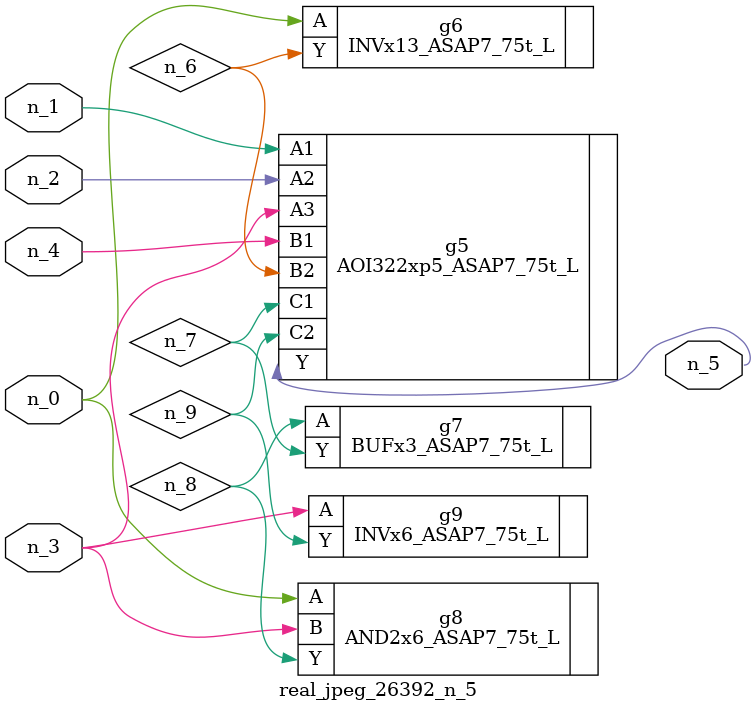
<source format=v>
module real_jpeg_26392_n_5 (n_4, n_0, n_1, n_2, n_3, n_5);

input n_4;
input n_0;
input n_1;
input n_2;
input n_3;

output n_5;

wire n_8;
wire n_6;
wire n_7;
wire n_9;

INVx13_ASAP7_75t_L g6 ( 
.A(n_0),
.Y(n_6)
);

AND2x6_ASAP7_75t_L g8 ( 
.A(n_0),
.B(n_3),
.Y(n_8)
);

AOI322xp5_ASAP7_75t_L g5 ( 
.A1(n_1),
.A2(n_2),
.A3(n_3),
.B1(n_4),
.B2(n_6),
.C1(n_7),
.C2(n_9),
.Y(n_5)
);

INVx6_ASAP7_75t_L g9 ( 
.A(n_3),
.Y(n_9)
);

BUFx3_ASAP7_75t_L g7 ( 
.A(n_8),
.Y(n_7)
);


endmodule
</source>
